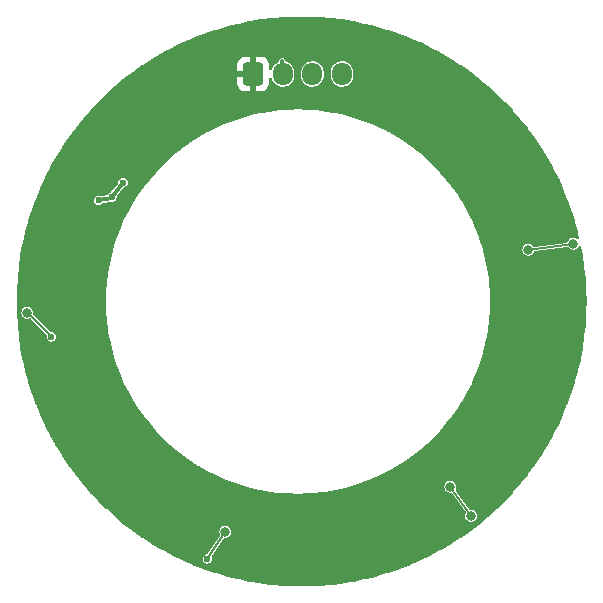
<source format=gbr>
%TF.GenerationSoftware,KiCad,Pcbnew,7.0.10*%
%TF.CreationDate,2024-04-18T21:21:43-07:00*%
%TF.ProjectId,Thermistor Ring,54686572-6d69-4737-946f-722052696e67,rev?*%
%TF.SameCoordinates,Original*%
%TF.FileFunction,Copper,L2,Bot*%
%TF.FilePolarity,Positive*%
%FSLAX46Y46*%
G04 Gerber Fmt 4.6, Leading zero omitted, Abs format (unit mm)*
G04 Created by KiCad (PCBNEW 7.0.10) date 2024-04-18 21:21:43*
%MOMM*%
%LPD*%
G01*
G04 APERTURE LIST*
G04 Aperture macros list*
%AMRoundRect*
0 Rectangle with rounded corners*
0 $1 Rounding radius*
0 $2 $3 $4 $5 $6 $7 $8 $9 X,Y pos of 4 corners*
0 Add a 4 corners polygon primitive as box body*
4,1,4,$2,$3,$4,$5,$6,$7,$8,$9,$2,$3,0*
0 Add four circle primitives for the rounded corners*
1,1,$1+$1,$2,$3*
1,1,$1+$1,$4,$5*
1,1,$1+$1,$6,$7*
1,1,$1+$1,$8,$9*
0 Add four rect primitives between the rounded corners*
20,1,$1+$1,$2,$3,$4,$5,0*
20,1,$1+$1,$4,$5,$6,$7,0*
20,1,$1+$1,$6,$7,$8,$9,0*
20,1,$1+$1,$8,$9,$2,$3,0*%
G04 Aperture macros list end*
%TA.AperFunction,ComponentPad*%
%ADD10RoundRect,0.250000X-0.600000X-0.725000X0.600000X-0.725000X0.600000X0.725000X-0.600000X0.725000X0*%
%TD*%
%TA.AperFunction,ComponentPad*%
%ADD11O,1.700000X1.950000*%
%TD*%
%TA.AperFunction,ViaPad*%
%ADD12C,0.600000*%
%TD*%
%TA.AperFunction,ViaPad*%
%ADD13C,0.800000*%
%TD*%
%TA.AperFunction,Conductor*%
%ADD14C,0.380000*%
%TD*%
%TA.AperFunction,Conductor*%
%ADD15C,0.160000*%
%TD*%
G04 APERTURE END LIST*
D10*
%TO.P,J1,1,Pin_1*%
%TO.N,GND*%
X71480530Y-36673544D03*
D11*
%TO.P,J1,2,Pin_2*%
%TO.N,/Power 3.3-5V*%
X73980530Y-36673544D03*
%TO.P,J1,3,Pin_3*%
%TO.N,/SDA*%
X76480530Y-36673544D03*
%TO.P,J1,4,Pin_4*%
%TO.N,/SCL*%
X78980530Y-36673544D03*
%TD*%
D12*
%TO.N,GND*%
X66561825Y-40828516D03*
X53525850Y-52645543D03*
X71975845Y-78265542D03*
X63391293Y-38695847D03*
X63759075Y-41371685D03*
X82895206Y-71919186D03*
X82352347Y-73215627D03*
X68806102Y-72869259D03*
X78270194Y-38451496D03*
X86865072Y-70466910D03*
X65349079Y-41591686D03*
X82243868Y-38359788D03*
X92543381Y-65139727D03*
X83902614Y-40755461D03*
X96785843Y-63025543D03*
X91773379Y-65009730D03*
X64803259Y-73815459D03*
X58579066Y-51611690D03*
X67542940Y-37801883D03*
X92281293Y-39135846D03*
X70650525Y-39343542D03*
X61260285Y-66071860D03*
X91735843Y-70325542D03*
X85834856Y-73694057D03*
X54444927Y-55953936D03*
X57995837Y-64125543D03*
X85815570Y-38019295D03*
X92507400Y-54543504D03*
X82739199Y-39983091D03*
X87206095Y-40692478D03*
X56919071Y-53261689D03*
X85215848Y-34995547D03*
X93594005Y-58735858D03*
X60398437Y-40338703D03*
X88385842Y-38325547D03*
X57219078Y-50021680D03*
X86435552Y-69509297D03*
X79585561Y-74619294D03*
X63281292Y-37815849D03*
X61051294Y-46815848D03*
X84001516Y-71119588D03*
X78445844Y-32645540D03*
X92542936Y-56037107D03*
X63322769Y-71054674D03*
X81111294Y-39935849D03*
X89861293Y-64105846D03*
X69830530Y-36693542D03*
X59682513Y-39861802D03*
X61637009Y-69099373D03*
X95535843Y-45225547D03*
X57949065Y-54541691D03*
X57857848Y-55926563D03*
X96325952Y-55718909D03*
X54973384Y-59889737D03*
X66469046Y-71342705D03*
X56285847Y-69535540D03*
X74195841Y-75505546D03*
X55076125Y-45387320D03*
X93795566Y-61469299D03*
X92855790Y-50337233D03*
X90012898Y-43972565D03*
X87209222Y-42078066D03*
X97885847Y-53675543D03*
X68362922Y-73582204D03*
X73760531Y-38993549D03*
X52435844Y-51035545D03*
X74675841Y-79705546D03*
X93791321Y-53232902D03*
X67769072Y-40151684D03*
X56669882Y-58589974D03*
X99340530Y-56013547D03*
X57833368Y-57329723D03*
X63901987Y-70502221D03*
X55216462Y-47156845D03*
X68469074Y-38791685D03*
X71530531Y-34903544D03*
X65049077Y-38194474D03*
X60214005Y-72075857D03*
X74535843Y-32705537D03*
D13*
%TO.N,/SDA*%
X98580627Y-51058561D03*
X88166636Y-71632548D03*
X89930742Y-74080030D03*
X52352634Y-56900549D03*
X69116629Y-75442545D03*
X94770629Y-51566542D03*
D12*
X54384629Y-58932547D03*
X67592631Y-77728550D03*
%TO.N,/VDD*%
X59511081Y-47115267D03*
X60445065Y-45866379D03*
X58391958Y-47370369D03*
%TD*%
D14*
%TO.N,/Power 3.3-5V*%
X73931832Y-35611077D02*
X73950623Y-35629872D01*
D15*
%TO.N,/SDA*%
X89930742Y-74080030D02*
X89873289Y-74069889D01*
X98580627Y-51058561D02*
X94770629Y-51566542D01*
X67592631Y-77728550D02*
X69116629Y-75442545D01*
X89873289Y-74069889D02*
X88166636Y-71632548D01*
X52352634Y-56900549D02*
X52444192Y-56900553D01*
X54384639Y-58840983D02*
X54384629Y-58932547D01*
X52444192Y-56900553D02*
X54384639Y-58840983D01*
D14*
%TO.N,/VDD*%
X60445065Y-45866379D02*
X59511081Y-47115267D01*
X59511081Y-47115267D02*
X59532799Y-47169220D01*
X59532799Y-47169220D02*
X58391958Y-47370369D01*
%TD*%
%TA.AperFunction,Conductor*%
%TO.N,GND*%
G36*
X76012143Y-31807611D02*
G01*
X76108798Y-31809583D01*
X76111003Y-31809650D01*
X76993347Y-31845670D01*
X76995658Y-31845788D01*
X77092140Y-31851700D01*
X77094542Y-31851872D01*
X77974469Y-31923834D01*
X77976871Y-31924054D01*
X78073113Y-31933905D01*
X78075377Y-31934160D01*
X78951697Y-32041960D01*
X78954106Y-32042281D01*
X79049786Y-32056038D01*
X79052135Y-32056401D01*
X79923252Y-32199842D01*
X79925700Y-32200271D01*
X80020712Y-32217914D01*
X80023000Y-32218363D01*
X80887644Y-32397238D01*
X80890038Y-32397759D01*
X80984245Y-32419262D01*
X80986500Y-32419800D01*
X81843198Y-32633812D01*
X81845391Y-32634383D01*
X81938755Y-32659740D01*
X81940991Y-32660372D01*
X82788178Y-32909129D01*
X82790463Y-32909825D01*
X82882618Y-32938939D01*
X82884912Y-32939690D01*
X83721247Y-33222795D01*
X83723469Y-33223572D01*
X83814318Y-33256406D01*
X83816563Y-33257243D01*
X84640663Y-33574228D01*
X84642881Y-33575107D01*
X84732344Y-33611630D01*
X84734555Y-33612559D01*
X85544992Y-33962875D01*
X85547303Y-33963903D01*
X85635014Y-34003959D01*
X85637304Y-34005033D01*
X86432754Y-34388101D01*
X86434856Y-34389139D01*
X86521051Y-34432836D01*
X86523266Y-34433988D01*
X87302366Y-34849148D01*
X87304543Y-34850337D01*
X87388920Y-34897534D01*
X87390969Y-34898708D01*
X88152493Y-35345306D01*
X88154662Y-35346608D01*
X88236937Y-35397142D01*
X88239078Y-35398488D01*
X88424433Y-35517608D01*
X88981713Y-35875750D01*
X88983713Y-35877064D01*
X89063947Y-35930971D01*
X89065987Y-35932372D01*
X89788535Y-36439527D01*
X89790589Y-36441001D01*
X89868485Y-36498082D01*
X89870482Y-36499576D01*
X90424956Y-36923544D01*
X90571758Y-37035793D01*
X90573709Y-37037316D01*
X90649228Y-37097541D01*
X90651161Y-37099115D01*
X90710614Y-37148544D01*
X91329993Y-37663498D01*
X91331859Y-37665082D01*
X91404902Y-37728373D01*
X91406741Y-37730001D01*
X92062019Y-38321632D01*
X92063793Y-38323266D01*
X92108945Y-38365736D01*
X92134124Y-38389420D01*
X92135948Y-38391171D01*
X92766531Y-39009019D01*
X92768320Y-39010808D01*
X92835803Y-39079682D01*
X92837547Y-39081497D01*
X93442480Y-39724633D01*
X93444154Y-39726451D01*
X93508812Y-39798067D01*
X93510487Y-39799960D01*
X93673778Y-39988407D01*
X94088641Y-40467184D01*
X94090190Y-40469009D01*
X94151966Y-40543313D01*
X94153491Y-40545185D01*
X94445799Y-40911727D01*
X94703930Y-41235414D01*
X94705486Y-41237407D01*
X94764108Y-41314073D01*
X94765605Y-41316073D01*
X94968497Y-41592946D01*
X95287426Y-42028170D01*
X95288900Y-42030226D01*
X95344349Y-42109225D01*
X95345781Y-42111310D01*
X95838087Y-42844046D01*
X95839476Y-42846159D01*
X95891648Y-42927339D01*
X95892994Y-42929481D01*
X96355034Y-43681740D01*
X96356336Y-43683910D01*
X96405143Y-43767135D01*
X96406400Y-43769329D01*
X96837348Y-44539760D01*
X96838561Y-44541981D01*
X96883972Y-44627201D01*
X96885138Y-44629445D01*
X97284288Y-45416789D01*
X97285409Y-45419055D01*
X97327314Y-45506072D01*
X97328365Y-45508314D01*
X97695071Y-46311289D01*
X97696099Y-46313600D01*
X97734394Y-46402194D01*
X97735374Y-46404526D01*
X98069057Y-47221872D01*
X98069989Y-47224224D01*
X98104618Y-47314253D01*
X98105502Y-47316623D01*
X98405563Y-48146885D01*
X98406398Y-48149273D01*
X98437326Y-48240641D01*
X98438113Y-48243044D01*
X98704070Y-49084886D01*
X98704807Y-49087306D01*
X98731977Y-49179837D01*
X98732665Y-49182271D01*
X98964055Y-50034233D01*
X98964693Y-50036682D01*
X98988079Y-50130299D01*
X98988667Y-50132759D01*
X99079717Y-50531677D01*
X99075444Y-50601415D01*
X99034145Y-50657773D01*
X98968933Y-50682856D01*
X98900512Y-50668702D01*
X98891787Y-50663585D01*
X98790677Y-50598606D01*
X98652590Y-50558061D01*
X98652588Y-50558061D01*
X98508666Y-50558061D01*
X98508663Y-50558061D01*
X98370576Y-50598606D01*
X98249500Y-50676417D01*
X98249499Y-50676417D01*
X98249499Y-50676418D01*
X98236917Y-50690938D01*
X98155250Y-50785187D01*
X98111753Y-50880431D01*
X98065997Y-50933234D01*
X98015347Y-50951830D01*
X95289151Y-51315310D01*
X95220098Y-51304658D01*
X95179050Y-51273601D01*
X95163985Y-51256215D01*
X95101757Y-51184399D01*
X94980682Y-51106589D01*
X94980680Y-51106588D01*
X94980678Y-51106587D01*
X94980679Y-51106587D01*
X94842592Y-51066042D01*
X94842590Y-51066042D01*
X94698668Y-51066042D01*
X94698665Y-51066042D01*
X94560578Y-51106587D01*
X94439502Y-51184398D01*
X94345252Y-51293168D01*
X94345251Y-51293170D01*
X94285463Y-51424085D01*
X94264982Y-51566542D01*
X94285463Y-51708998D01*
X94301755Y-51744671D01*
X94345252Y-51839915D01*
X94439501Y-51948685D01*
X94560576Y-52026495D01*
X94560579Y-52026496D01*
X94560578Y-52026496D01*
X94698665Y-52067041D01*
X94698667Y-52067042D01*
X94698668Y-52067042D01*
X94842591Y-52067042D01*
X94842591Y-52067041D01*
X94980682Y-52026495D01*
X95101757Y-51948685D01*
X95196006Y-51839915D01*
X95239503Y-51744671D01*
X95285258Y-51691867D01*
X95335905Y-51673271D01*
X98062104Y-51309791D01*
X98131156Y-51320443D01*
X98172203Y-51351499D01*
X98249499Y-51440704D01*
X98370574Y-51518514D01*
X98370577Y-51518515D01*
X98370576Y-51518515D01*
X98508663Y-51559060D01*
X98508665Y-51559061D01*
X98508666Y-51559061D01*
X98652589Y-51559061D01*
X98652589Y-51559060D01*
X98790680Y-51518514D01*
X98911755Y-51440704D01*
X99006004Y-51331934D01*
X99016469Y-51309018D01*
X99062222Y-51256215D01*
X99129261Y-51236530D01*
X99196301Y-51256214D01*
X99242057Y-51309017D01*
X99251179Y-51337891D01*
X99366854Y-51960833D01*
X99367290Y-51963325D01*
X99382966Y-52058526D01*
X99383352Y-52061026D01*
X99508989Y-52934848D01*
X99509323Y-52937354D01*
X99521102Y-53033101D01*
X99521385Y-53035615D01*
X99573604Y-53545790D01*
X99611283Y-53913908D01*
X99611505Y-53916324D01*
X99618094Y-53996891D01*
X99619370Y-54012492D01*
X99619550Y-54015014D01*
X99673548Y-54896222D01*
X99673677Y-54898749D01*
X99677612Y-54995149D01*
X99677689Y-54997676D01*
X99696682Y-55928537D01*
X99696682Y-55933597D01*
X99677689Y-56864458D01*
X99677612Y-56866985D01*
X99673677Y-56963385D01*
X99673548Y-56965912D01*
X99619550Y-57847120D01*
X99619370Y-57849642D01*
X99611506Y-57945793D01*
X99611283Y-57948226D01*
X99521386Y-58826518D01*
X99521102Y-58829033D01*
X99509323Y-58924780D01*
X99508989Y-58927286D01*
X99383352Y-59801108D01*
X99382966Y-59803608D01*
X99367290Y-59898809D01*
X99366854Y-59901301D01*
X99205683Y-60769250D01*
X99205196Y-60771732D01*
X99185639Y-60866267D01*
X99185101Y-60868738D01*
X98988667Y-61729375D01*
X98988079Y-61731835D01*
X98964693Y-61825452D01*
X98964055Y-61827901D01*
X98732665Y-62679863D01*
X98731977Y-62682297D01*
X98704807Y-62774828D01*
X98704070Y-62777248D01*
X98438113Y-63619090D01*
X98437326Y-63621493D01*
X98406398Y-63712861D01*
X98405563Y-63715249D01*
X98105502Y-64545511D01*
X98104618Y-64547881D01*
X98069989Y-64637910D01*
X98069057Y-64640262D01*
X97735374Y-65457608D01*
X97734394Y-65459940D01*
X97696099Y-65548534D01*
X97695071Y-65550845D01*
X97328365Y-66353820D01*
X97327291Y-66356112D01*
X97285409Y-66443079D01*
X97284288Y-66445345D01*
X96885138Y-67232689D01*
X96883972Y-67234933D01*
X96838561Y-67320153D01*
X96837348Y-67322374D01*
X96406400Y-68092805D01*
X96405143Y-68094999D01*
X96356336Y-68178224D01*
X96355034Y-68180394D01*
X95892994Y-68932653D01*
X95891648Y-68934795D01*
X95839476Y-69015975D01*
X95838087Y-69018088D01*
X95345781Y-69750824D01*
X95344349Y-69752909D01*
X95288900Y-69831908D01*
X95287426Y-69833964D01*
X94765625Y-70546035D01*
X94764108Y-70548061D01*
X94705486Y-70624727D01*
X94703930Y-70626720D01*
X94153526Y-71316906D01*
X94151929Y-71318867D01*
X94090234Y-71393073D01*
X94088597Y-71395002D01*
X93510487Y-72062174D01*
X93508812Y-72064067D01*
X93444154Y-72135683D01*
X93442439Y-72137545D01*
X92837555Y-72780628D01*
X92835803Y-72782452D01*
X92768320Y-72851326D01*
X92766531Y-72853115D01*
X92135948Y-73470963D01*
X92134124Y-73472714D01*
X92063836Y-73538828D01*
X92061975Y-73540543D01*
X91406768Y-74132109D01*
X91404874Y-74133785D01*
X91331890Y-74197026D01*
X91329961Y-74198663D01*
X90651161Y-74763019D01*
X90649200Y-74764616D01*
X90573752Y-74824784D01*
X90571758Y-74826341D01*
X89870511Y-75362536D01*
X89868485Y-75364052D01*
X89790589Y-75421133D01*
X89788535Y-75422607D01*
X89065987Y-75929762D01*
X89063902Y-75931194D01*
X88983791Y-75985019D01*
X88981676Y-75986408D01*
X88239078Y-76463646D01*
X88236937Y-76464992D01*
X88154662Y-76515526D01*
X88152493Y-76516828D01*
X87391042Y-76963384D01*
X87388846Y-76964642D01*
X87304564Y-77011785D01*
X87302345Y-77012997D01*
X86523266Y-77428146D01*
X86521023Y-77429312D01*
X86434975Y-77472936D01*
X86432705Y-77474057D01*
X85637304Y-77857101D01*
X85635014Y-77858175D01*
X85547303Y-77898231D01*
X85544992Y-77899259D01*
X84734615Y-78249549D01*
X84732283Y-78250529D01*
X84642946Y-78287001D01*
X84640594Y-78287933D01*
X83816640Y-78604862D01*
X83814270Y-78605746D01*
X83723533Y-78638539D01*
X83721146Y-78639374D01*
X82884967Y-78922426D01*
X82882563Y-78923213D01*
X82790528Y-78952289D01*
X82788108Y-78953026D01*
X81941091Y-79201733D01*
X81938657Y-79202421D01*
X81845516Y-79227718D01*
X81843068Y-79228356D01*
X80986602Y-79442309D01*
X80984141Y-79442897D01*
X80890076Y-79464366D01*
X80887605Y-79464904D01*
X80023097Y-79643752D01*
X80020614Y-79644239D01*
X79925721Y-79661859D01*
X79923230Y-79662295D01*
X79052212Y-79805721D01*
X79049712Y-79806107D01*
X78954153Y-79819846D01*
X78951646Y-79820180D01*
X78075511Y-79927958D01*
X78072996Y-79928242D01*
X77976921Y-79938075D01*
X77974403Y-79938306D01*
X77094600Y-80010257D01*
X77092078Y-80010438D01*
X76995768Y-80016340D01*
X76993241Y-80016469D01*
X76111164Y-80052479D01*
X76108636Y-80052556D01*
X76018249Y-80054400D01*
X76012142Y-80054525D01*
X76009614Y-80054551D01*
X75126848Y-80054551D01*
X75124319Y-80054525D01*
X75117264Y-80054381D01*
X75027824Y-80052556D01*
X75025296Y-80052479D01*
X74143219Y-80016469D01*
X74140692Y-80016340D01*
X74044382Y-80010438D01*
X74041860Y-80010257D01*
X73162057Y-79938306D01*
X73159539Y-79938075D01*
X73063464Y-79928242D01*
X73060949Y-79927958D01*
X72184814Y-79820180D01*
X72182307Y-79819846D01*
X72086748Y-79806107D01*
X72084248Y-79805721D01*
X71213230Y-79662295D01*
X71210739Y-79661859D01*
X71115846Y-79644239D01*
X71113363Y-79643752D01*
X70248855Y-79464904D01*
X70246384Y-79464366D01*
X70152319Y-79442897D01*
X70149858Y-79442309D01*
X69293392Y-79228356D01*
X69290944Y-79227718D01*
X69197803Y-79202421D01*
X69195369Y-79201733D01*
X68348352Y-78953026D01*
X68345932Y-78952289D01*
X68253897Y-78923213D01*
X68251493Y-78922426D01*
X67415314Y-78639374D01*
X67412927Y-78638539D01*
X67322190Y-78605746D01*
X67319820Y-78604862D01*
X66495866Y-78287933D01*
X66493514Y-78287001D01*
X66404177Y-78250529D01*
X66401845Y-78249549D01*
X65591468Y-77899259D01*
X65589157Y-77898231D01*
X65501446Y-77858175D01*
X65499156Y-77857101D01*
X65232223Y-77728553D01*
X67187139Y-77728553D01*
X67206983Y-77853850D01*
X67206983Y-77853851D01*
X67219862Y-77879126D01*
X67264581Y-77966892D01*
X67264583Y-77966894D01*
X67264585Y-77966897D01*
X67354283Y-78056595D01*
X67354285Y-78056596D01*
X67354289Y-78056600D01*
X67467327Y-78114196D01*
X67467328Y-78114196D01*
X67467330Y-78114197D01*
X67592628Y-78134042D01*
X67592631Y-78134042D01*
X67592634Y-78134042D01*
X67717931Y-78114197D01*
X67717932Y-78114197D01*
X67717933Y-78114196D01*
X67717935Y-78114196D01*
X67830973Y-78056600D01*
X67920681Y-77966892D01*
X67978277Y-77853854D01*
X67978277Y-77853852D01*
X67978278Y-77853851D01*
X67978278Y-77853850D01*
X67998123Y-77728553D01*
X67998123Y-77728546D01*
X67978278Y-77603249D01*
X67978278Y-77603248D01*
X67974333Y-77595506D01*
X67961437Y-77526836D01*
X67981643Y-77470429D01*
X68963086Y-75998261D01*
X69016650Y-75953401D01*
X69066259Y-75943045D01*
X69188591Y-75943045D01*
X69188591Y-75943044D01*
X69326682Y-75902498D01*
X69447757Y-75824688D01*
X69542006Y-75715918D01*
X69601794Y-75585002D01*
X69622276Y-75442545D01*
X69601794Y-75300088D01*
X69542006Y-75169172D01*
X69447757Y-75060402D01*
X69326682Y-74982592D01*
X69326680Y-74982591D01*
X69326678Y-74982590D01*
X69326679Y-74982590D01*
X69188592Y-74942045D01*
X69188590Y-74942045D01*
X69044668Y-74942045D01*
X69044665Y-74942045D01*
X68906578Y-74982590D01*
X68785502Y-75060401D01*
X68691252Y-75169171D01*
X68691251Y-75169173D01*
X68631463Y-75300088D01*
X68610982Y-75442545D01*
X68631463Y-75585002D01*
X68631464Y-75585003D01*
X68673208Y-75676410D01*
X68683152Y-75745568D01*
X68663588Y-75796704D01*
X67682454Y-77268409D01*
X67628889Y-77313270D01*
X67598678Y-77322099D01*
X67467330Y-77342902D01*
X67467329Y-77342902D01*
X67391968Y-77381301D01*
X67354289Y-77400500D01*
X67354288Y-77400501D01*
X67354283Y-77400504D01*
X67264585Y-77490202D01*
X67264582Y-77490207D01*
X67206983Y-77603248D01*
X67206983Y-77603249D01*
X67187139Y-77728546D01*
X67187139Y-77728553D01*
X65232223Y-77728553D01*
X64703755Y-77474057D01*
X64701528Y-77472957D01*
X64660476Y-77452145D01*
X64615437Y-77429312D01*
X64613194Y-77428146D01*
X63834115Y-77012997D01*
X63831896Y-77011785D01*
X63747614Y-76964642D01*
X63745418Y-76963384D01*
X62983967Y-76516828D01*
X62981798Y-76515526D01*
X62899523Y-76464992D01*
X62897382Y-76463646D01*
X62154784Y-75986408D01*
X62152703Y-75985041D01*
X62072555Y-75931192D01*
X62070473Y-75929762D01*
X61347925Y-75422607D01*
X61345871Y-75421133D01*
X61267975Y-75364052D01*
X61265949Y-75362536D01*
X60564702Y-74826341D01*
X60562708Y-74824784D01*
X60487260Y-74764616D01*
X60485299Y-74763019D01*
X59806499Y-74198663D01*
X59804570Y-74197026D01*
X59731586Y-74133785D01*
X59729692Y-74132109D01*
X59074451Y-73540512D01*
X59072660Y-73538861D01*
X59034158Y-73502646D01*
X59002336Y-73472714D01*
X59000512Y-73470963D01*
X58369929Y-72853115D01*
X58368140Y-72851326D01*
X58300657Y-72782452D01*
X58298905Y-72780628D01*
X57751558Y-72198715D01*
X57693973Y-72137493D01*
X57692306Y-72135683D01*
X57627648Y-72064067D01*
X57625973Y-72062174D01*
X57377138Y-71775004D01*
X57047806Y-71394935D01*
X57046286Y-71393143D01*
X56984477Y-71318800D01*
X56982987Y-71316972D01*
X56432526Y-70626716D01*
X56430974Y-70624727D01*
X56420079Y-70610479D01*
X56372319Y-70548017D01*
X56370879Y-70546094D01*
X55849025Y-69833951D01*
X55847560Y-69831908D01*
X55792111Y-69752909D01*
X55790679Y-69750824D01*
X55298373Y-69018088D01*
X55296984Y-69015975D01*
X55287250Y-69000829D01*
X55244768Y-68934726D01*
X55243511Y-68932724D01*
X54781412Y-68180371D01*
X54780124Y-68178224D01*
X54731317Y-68094999D01*
X54730060Y-68092805D01*
X54672085Y-67989159D01*
X54299070Y-67322298D01*
X54297940Y-67320229D01*
X54252467Y-67234893D01*
X54251344Y-67232733D01*
X53852160Y-66445321D01*
X53851080Y-66443139D01*
X53809107Y-66355981D01*
X53808144Y-66353924D01*
X53441365Y-65550791D01*
X53440384Y-65548586D01*
X53402048Y-65459898D01*
X53401104Y-65457652D01*
X53067364Y-64640164D01*
X53066511Y-64638011D01*
X53031808Y-64547790D01*
X53030992Y-64545602D01*
X52730882Y-63715206D01*
X52730078Y-63712907D01*
X52699134Y-63621493D01*
X52698347Y-63619090D01*
X52670005Y-63529380D01*
X52432362Y-62777156D01*
X52431681Y-62774922D01*
X52404445Y-62682164D01*
X52403832Y-62679997D01*
X52172377Y-61827795D01*
X52171795Y-61825561D01*
X52148362Y-61731757D01*
X52147807Y-61729434D01*
X51951353Y-60868714D01*
X51950821Y-60866267D01*
X51931264Y-60771732D01*
X51930777Y-60769250D01*
X51769589Y-59901205D01*
X51769184Y-59898893D01*
X51753484Y-59803545D01*
X51753120Y-59801187D01*
X51627457Y-58927187D01*
X51627152Y-58924894D01*
X51615336Y-58828843D01*
X51615093Y-58826692D01*
X51525159Y-57948034D01*
X51524970Y-57945987D01*
X51517078Y-57849485D01*
X51516914Y-57847186D01*
X51462905Y-56965788D01*
X51462789Y-56963508D01*
X51460219Y-56900549D01*
X51846987Y-56900549D01*
X51867468Y-57043005D01*
X51885870Y-57083299D01*
X51927257Y-57173922D01*
X52021506Y-57282692D01*
X52142581Y-57360502D01*
X52142584Y-57360503D01*
X52142583Y-57360503D01*
X52249741Y-57391966D01*
X52253127Y-57392961D01*
X52280670Y-57401048D01*
X52280672Y-57401049D01*
X52280673Y-57401049D01*
X52424595Y-57401049D01*
X52558723Y-57361666D01*
X52628592Y-57361666D01*
X52681336Y-57392960D01*
X53186146Y-57897765D01*
X53968952Y-58680565D01*
X54002437Y-58741888D01*
X53999659Y-58797470D01*
X54000509Y-58797605D01*
X53999258Y-58805500D01*
X53999206Y-58806552D01*
X53998983Y-58807237D01*
X53979137Y-58932544D01*
X53979137Y-58932550D01*
X53998981Y-59057847D01*
X53998981Y-59057848D01*
X53998983Y-59057851D01*
X54056579Y-59170889D01*
X54056581Y-59170891D01*
X54056583Y-59170894D01*
X54146281Y-59260592D01*
X54146283Y-59260593D01*
X54146287Y-59260597D01*
X54259325Y-59318193D01*
X54259326Y-59318193D01*
X54259328Y-59318194D01*
X54384626Y-59338039D01*
X54384629Y-59338039D01*
X54384632Y-59338039D01*
X54509929Y-59318194D01*
X54509930Y-59318194D01*
X54509931Y-59318193D01*
X54509933Y-59318193D01*
X54622971Y-59260597D01*
X54712679Y-59170889D01*
X54770275Y-59057851D01*
X54770275Y-59057849D01*
X54770276Y-59057848D01*
X54770276Y-59057847D01*
X54790121Y-58932550D01*
X54790121Y-58932543D01*
X54770276Y-58807246D01*
X54770276Y-58807245D01*
X54765295Y-58797470D01*
X54712679Y-58694205D01*
X54712675Y-58694201D01*
X54712674Y-58694199D01*
X54622976Y-58604501D01*
X54622973Y-58604499D01*
X54622971Y-58604497D01*
X54509933Y-58546901D01*
X54509932Y-58546900D01*
X54509929Y-58546899D01*
X54384632Y-58527055D01*
X54377338Y-58527055D01*
X54310299Y-58507370D01*
X54289657Y-58490737D01*
X52882206Y-57083299D01*
X52848721Y-57021976D01*
X52847149Y-56977972D01*
X52858281Y-56900549D01*
X52837799Y-56758092D01*
X52778011Y-56627176D01*
X52683762Y-56518406D01*
X52562687Y-56440596D01*
X52562685Y-56440595D01*
X52562683Y-56440594D01*
X52562684Y-56440594D01*
X52424597Y-56400049D01*
X52424595Y-56400049D01*
X52280673Y-56400049D01*
X52280670Y-56400049D01*
X52142583Y-56440594D01*
X52021507Y-56518405D01*
X51927257Y-56627175D01*
X51927256Y-56627177D01*
X51867468Y-56758092D01*
X51846987Y-56900549D01*
X51460219Y-56900549D01*
X51458845Y-56866895D01*
X51458773Y-56864550D01*
X51440764Y-55981844D01*
X51440738Y-55979315D01*
X51440738Y-55936575D01*
X59004094Y-55936575D01*
X59004444Y-55940231D01*
X59023574Y-56719421D01*
X59023396Y-56723093D01*
X59023612Y-56726127D01*
X59023877Y-56731510D01*
X59023972Y-56734972D01*
X59024531Y-56738663D01*
X59081864Y-57515939D01*
X59081887Y-57519597D01*
X59082140Y-57521654D01*
X59082729Y-57527628D01*
X59082903Y-57529988D01*
X59083617Y-57533640D01*
X59179077Y-58307575D01*
X59179270Y-58311265D01*
X59179700Y-58313758D01*
X59180551Y-58319498D01*
X59180898Y-58322287D01*
X59181805Y-58325916D01*
X59287062Y-58932550D01*
X59314920Y-59093109D01*
X59315041Y-59093803D01*
X59315411Y-59097470D01*
X59315982Y-59100030D01*
X59317102Y-59105664D01*
X59318281Y-59112408D01*
X59319707Y-59117581D01*
X59319939Y-59118919D01*
X59319941Y-59118932D01*
X59494695Y-59897129D01*
X59494698Y-59897141D01*
X59707421Y-60665839D01*
X59707426Y-60665854D01*
X59957620Y-61423172D01*
X59957626Y-61423188D01*
X60244652Y-62167284D01*
X60244675Y-62167341D01*
X60567873Y-62896481D01*
X60567877Y-62896489D01*
X60926474Y-63608888D01*
X60926487Y-63608913D01*
X61319610Y-64302871D01*
X61319630Y-64302905D01*
X61746328Y-64976740D01*
X61746332Y-64976746D01*
X62205573Y-65628816D01*
X62205576Y-65628821D01*
X62696294Y-66257616D01*
X63217242Y-66861541D01*
X63217249Y-66861548D01*
X63217251Y-66861550D01*
X63767220Y-67439204D01*
X64344877Y-67989168D01*
X64467564Y-68094999D01*
X64948822Y-68510138D01*
X65577576Y-69000829D01*
X65577575Y-69000829D01*
X65577585Y-69000836D01*
X65577594Y-69000843D01*
X66229680Y-69460092D01*
X66229696Y-69460103D01*
X66816843Y-69831908D01*
X66903536Y-69886805D01*
X67597512Y-70279935D01*
X68309938Y-70638541D01*
X69039103Y-70961759D01*
X69783249Y-71248814D01*
X70540580Y-71498994D01*
X71309273Y-71711725D01*
X71309292Y-71711729D01*
X71309295Y-71711730D01*
X71591077Y-71775004D01*
X72087490Y-71886473D01*
X72536973Y-71964468D01*
X72873303Y-72022829D01*
X72873317Y-72022831D01*
X72873340Y-72022835D01*
X73664934Y-72120467D01*
X74460359Y-72179144D01*
X75257710Y-72198715D01*
X76055056Y-72179142D01*
X76850487Y-72120467D01*
X76850503Y-72120465D01*
X76850504Y-72120465D01*
X77077228Y-72092501D01*
X77642078Y-72022833D01*
X77642101Y-72022828D01*
X77642122Y-72022826D01*
X77965253Y-71966757D01*
X78427928Y-71886477D01*
X79206134Y-71711726D01*
X79492247Y-71632548D01*
X87660989Y-71632548D01*
X87681470Y-71775004D01*
X87741258Y-71905919D01*
X87741259Y-71905921D01*
X87835508Y-72014691D01*
X87956583Y-72092501D01*
X87956586Y-72092502D01*
X87956585Y-72092502D01*
X88094672Y-72133047D01*
X88094674Y-72133048D01*
X88232190Y-72133048D01*
X88299229Y-72152733D01*
X88333765Y-72185924D01*
X89450172Y-73780309D01*
X89472499Y-73846514D01*
X89461391Y-73902943D01*
X89445578Y-73937566D01*
X89445576Y-73937573D01*
X89425095Y-74080030D01*
X89445576Y-74222486D01*
X89505364Y-74353401D01*
X89505365Y-74353403D01*
X89599614Y-74462173D01*
X89720689Y-74539983D01*
X89720692Y-74539984D01*
X89720691Y-74539984D01*
X89858778Y-74580529D01*
X89858780Y-74580530D01*
X89858781Y-74580530D01*
X90002704Y-74580530D01*
X90002704Y-74580529D01*
X90140795Y-74539983D01*
X90261870Y-74462173D01*
X90356119Y-74353403D01*
X90415907Y-74222487D01*
X90436389Y-74080030D01*
X90415907Y-73937573D01*
X90356119Y-73806657D01*
X90261870Y-73697887D01*
X90140795Y-73620077D01*
X90140793Y-73620076D01*
X90140791Y-73620075D01*
X90140792Y-73620075D01*
X90002705Y-73579530D01*
X90002703Y-73579530D01*
X89858781Y-73579530D01*
X89858776Y-73579530D01*
X89854217Y-73580869D01*
X89784347Y-73580865D01*
X89725571Y-73543087D01*
X89717714Y-73533014D01*
X88739287Y-72135683D01*
X88627328Y-71975791D01*
X88605002Y-71909586D01*
X88616110Y-71853156D01*
X88651801Y-71775004D01*
X88660899Y-71711723D01*
X88672283Y-71632548D01*
X88651801Y-71490091D01*
X88592013Y-71359175D01*
X88497764Y-71250405D01*
X88376689Y-71172595D01*
X88376687Y-71172594D01*
X88376685Y-71172593D01*
X88376686Y-71172593D01*
X88238599Y-71132048D01*
X88238597Y-71132048D01*
X88094675Y-71132048D01*
X88094672Y-71132048D01*
X87956585Y-71172593D01*
X87835509Y-71250404D01*
X87741259Y-71359174D01*
X87741258Y-71359176D01*
X87681470Y-71490091D01*
X87660989Y-71632548D01*
X79492247Y-71632548D01*
X79974833Y-71498999D01*
X80732168Y-71248813D01*
X81476312Y-70961755D01*
X82205481Y-70638544D01*
X82917901Y-70279931D01*
X83611877Y-69886805D01*
X84285725Y-69460094D01*
X84937819Y-69000840D01*
X85566598Y-68510139D01*
X86170542Y-67989170D01*
X86748192Y-67439197D01*
X87298162Y-66861548D01*
X87819127Y-66257606D01*
X88309825Y-65628833D01*
X88309825Y-65628832D01*
X88310763Y-65627631D01*
X88310885Y-65627726D01*
X88319380Y-65618104D01*
X88320589Y-65616291D01*
X88322354Y-65613714D01*
X88774640Y-64971525D01*
X88777149Y-64968482D01*
X88778464Y-64966396D01*
X88782192Y-64960818D01*
X88783572Y-64958868D01*
X88785431Y-64955380D01*
X88986402Y-64638011D01*
X89201828Y-64297812D01*
X89204235Y-64294595D01*
X89205483Y-64292376D01*
X89209045Y-64286436D01*
X89210216Y-64284600D01*
X89211903Y-64281025D01*
X89595554Y-63603780D01*
X89597793Y-63600460D01*
X89598985Y-63598078D01*
X89602186Y-63592089D01*
X89603501Y-63589783D01*
X89605018Y-63586072D01*
X89954630Y-62891526D01*
X89956779Y-62887998D01*
X89957859Y-62885534D01*
X89960898Y-62879106D01*
X89962012Y-62876914D01*
X89963370Y-62873064D01*
X90006873Y-62774922D01*
X90278558Y-62162002D01*
X90280499Y-62158416D01*
X90281396Y-62156063D01*
X90284119Y-62149489D01*
X90285144Y-62147201D01*
X90286310Y-62143286D01*
X90566302Y-61417445D01*
X90568008Y-61413868D01*
X90568812Y-61411415D01*
X90571057Y-61405139D01*
X90571868Y-61403048D01*
X90572819Y-61399261D01*
X90764448Y-60819202D01*
X90817097Y-60659830D01*
X90818622Y-60656174D01*
X90819282Y-60653768D01*
X90821234Y-60647335D01*
X90821957Y-60645164D01*
X90822720Y-60641314D01*
X91030278Y-59891274D01*
X91031652Y-59887504D01*
X91032272Y-59884715D01*
X91033893Y-59878247D01*
X91034541Y-59875926D01*
X91035113Y-59872030D01*
X91205664Y-59112536D01*
X91206829Y-59108744D01*
X91207273Y-59106150D01*
X91208582Y-59099575D01*
X91209151Y-59097067D01*
X91209529Y-59093109D01*
X91237389Y-58932550D01*
X91342609Y-58326160D01*
X91343553Y-58322417D01*
X91343879Y-58319762D01*
X91344805Y-58313519D01*
X91345287Y-58310755D01*
X91345467Y-58306864D01*
X91440762Y-57534229D01*
X91441542Y-57530331D01*
X91441699Y-57528112D01*
X91442384Y-57521175D01*
X91442634Y-57519201D01*
X91442636Y-57515262D01*
X91499900Y-56738936D01*
X91500501Y-56735028D01*
X91500571Y-56732044D01*
X91500887Y-56725622D01*
X91501104Y-56722734D01*
X91500892Y-56718794D01*
X91519989Y-55940876D01*
X91520386Y-55936953D01*
X91520318Y-55934392D01*
X91520318Y-55927763D01*
X91520379Y-55925453D01*
X91519997Y-55921579D01*
X91500898Y-55143634D01*
X91501120Y-55139661D01*
X91500884Y-55136503D01*
X91500571Y-55130122D01*
X91500508Y-55127415D01*
X91499924Y-55123549D01*
X91442653Y-54347135D01*
X91442658Y-54343177D01*
X91442373Y-54340921D01*
X91441701Y-54334101D01*
X91441560Y-54332106D01*
X91440802Y-54328267D01*
X91395921Y-53964371D01*
X91345484Y-53555432D01*
X91345306Y-53551473D01*
X91344836Y-53548796D01*
X91343864Y-53542240D01*
X91343572Y-53539835D01*
X91342615Y-53536033D01*
X91209552Y-52769195D01*
X91209179Y-52765223D01*
X91208579Y-52762581D01*
X91207271Y-52756010D01*
X91206888Y-52753772D01*
X91205755Y-52750036D01*
X91035143Y-51990267D01*
X91034581Y-51986404D01*
X91033861Y-51983817D01*
X91032294Y-51977558D01*
X91031720Y-51974987D01*
X91030395Y-51971308D01*
X90822730Y-51220883D01*
X90821975Y-51217069D01*
X90821190Y-51214703D01*
X90819311Y-51208508D01*
X90818604Y-51205939D01*
X90817090Y-51202309D01*
X90710757Y-50880431D01*
X90572846Y-50462963D01*
X90571903Y-50459194D01*
X90571045Y-50456981D01*
X90568836Y-50450806D01*
X90568082Y-50448511D01*
X90566408Y-50444978D01*
X90286344Y-49718953D01*
X90285223Y-49715175D01*
X90283930Y-49712262D01*
X90281542Y-49706496D01*
X90280569Y-49703968D01*
X90278737Y-49700555D01*
X89963371Y-48989096D01*
X89962065Y-48985391D01*
X89960711Y-48982706D01*
X89958018Y-48977011D01*
X89956890Y-48974461D01*
X89954874Y-48971116D01*
X89852094Y-48766931D01*
X89605084Y-48276213D01*
X89603595Y-48272560D01*
X89602048Y-48269832D01*
X89599093Y-48264303D01*
X89598139Y-48262404D01*
X89596069Y-48259281D01*
X89310976Y-47756016D01*
X89212045Y-47581376D01*
X89210425Y-47577925D01*
X89208752Y-47575277D01*
X89205748Y-47570266D01*
X89204282Y-47567684D01*
X89202024Y-47564647D01*
X88984964Y-47221872D01*
X88785551Y-46906963D01*
X88783722Y-46903516D01*
X88782064Y-46901164D01*
X88778582Y-46895953D01*
X88777512Y-46894260D01*
X88775158Y-46891363D01*
X88322385Y-46248484D01*
X88320550Y-46245803D01*
X88319907Y-46244837D01*
X88319747Y-46244997D01*
X88302302Y-46227522D01*
X88301999Y-46227397D01*
X88301996Y-46227396D01*
X88296197Y-46224991D01*
X88245945Y-46186739D01*
X87819137Y-45639830D01*
X87808964Y-45628037D01*
X87298165Y-45035880D01*
X86748191Y-44458233D01*
X86170536Y-43908263D01*
X85566593Y-43387295D01*
X85019678Y-42960478D01*
X84981378Y-42910109D01*
X84979377Y-42905269D01*
X84979026Y-42904420D01*
X84979025Y-42904419D01*
X84978902Y-42904121D01*
X84978901Y-42904120D01*
X84978901Y-42904119D01*
X84961798Y-42886987D01*
X84961180Y-42886574D01*
X84949233Y-42874627D01*
X84947211Y-42872556D01*
X84944819Y-42870913D01*
X84329178Y-42437329D01*
X84302122Y-42418274D01*
X84299244Y-42415927D01*
X84297237Y-42414655D01*
X84292242Y-42411317D01*
X84290144Y-42409840D01*
X84286819Y-42408056D01*
X83814982Y-42109273D01*
X83628638Y-41991273D01*
X83625565Y-41988989D01*
X83623131Y-41987610D01*
X83617924Y-41984489D01*
X83616129Y-41983352D01*
X83612796Y-41981755D01*
X82934140Y-41597294D01*
X82931060Y-41595249D01*
X82928824Y-41594121D01*
X82923656Y-41591358D01*
X82921160Y-41589946D01*
X82917653Y-41588496D01*
X82593900Y-41425533D01*
X82222273Y-41238472D01*
X82219001Y-41236496D01*
X82216081Y-41235198D01*
X82210806Y-41232702D01*
X82208387Y-41231487D01*
X82204860Y-41230221D01*
X81492751Y-40914565D01*
X81489386Y-40912760D01*
X81486711Y-40911727D01*
X81481150Y-40909423D01*
X81478713Y-40908343D01*
X81475084Y-40907241D01*
X80748153Y-40626833D01*
X80744739Y-40625221D01*
X80742262Y-40624403D01*
X80736580Y-40622370D01*
X80734644Y-40621623D01*
X80731085Y-40620709D01*
X79990471Y-40376046D01*
X79987030Y-40374628D01*
X79984448Y-40373910D01*
X79978907Y-40372229D01*
X79976713Y-40371506D01*
X79973130Y-40370775D01*
X79221906Y-40162880D01*
X79218368Y-40161608D01*
X79215405Y-40160939D01*
X79209829Y-40159542D01*
X79207458Y-40158889D01*
X79203842Y-40158337D01*
X78443132Y-39987512D01*
X78439565Y-39986434D01*
X78436813Y-39985953D01*
X78431179Y-39984833D01*
X78428619Y-39984261D01*
X78424953Y-39983892D01*
X77657059Y-39850654D01*
X77653430Y-39849747D01*
X77650643Y-39849400D01*
X77644903Y-39848549D01*
X77642410Y-39848119D01*
X77638720Y-39847926D01*
X76864787Y-39752466D01*
X76861135Y-39751752D01*
X76858775Y-39751578D01*
X76852801Y-39750989D01*
X76850744Y-39750736D01*
X76847086Y-39750713D01*
X76069472Y-39693360D01*
X76065823Y-39692817D01*
X76062662Y-39692731D01*
X76057271Y-39692466D01*
X76054239Y-39692250D01*
X76050569Y-39692428D01*
X75271382Y-39673299D01*
X75267726Y-39672949D01*
X75265047Y-39673010D01*
X75259388Y-39673009D01*
X75256984Y-39672953D01*
X75253366Y-39673292D01*
X74474139Y-39692419D01*
X74470431Y-39692232D01*
X74467183Y-39692463D01*
X74461786Y-39692729D01*
X74458918Y-39692807D01*
X74455321Y-39693332D01*
X73677584Y-39750704D01*
X73673909Y-39750720D01*
X73671594Y-39751004D01*
X73665728Y-39751581D01*
X73663590Y-39751740D01*
X73659996Y-39752432D01*
X72885915Y-39847900D01*
X72882221Y-39848087D01*
X72879482Y-39848558D01*
X72873868Y-39849391D01*
X72871325Y-39849708D01*
X72867775Y-39850584D01*
X72099664Y-39983864D01*
X72096002Y-39984229D01*
X72093162Y-39984860D01*
X72087733Y-39985939D01*
X72085202Y-39986383D01*
X72081719Y-39987423D01*
X71320731Y-40158311D01*
X71317136Y-40158855D01*
X71314513Y-40159575D01*
X71309188Y-40160908D01*
X71306427Y-40161534D01*
X71302968Y-40162763D01*
X70551359Y-40370761D01*
X70547811Y-40371484D01*
X70545406Y-40372273D01*
X70540108Y-40373880D01*
X70537365Y-40374645D01*
X70533962Y-40376048D01*
X69793439Y-40620680D01*
X69789997Y-40621562D01*
X69787599Y-40622479D01*
X69782537Y-40624289D01*
X69779904Y-40625166D01*
X69776623Y-40626704D01*
X69049406Y-40907225D01*
X69045899Y-40908289D01*
X69043029Y-40909551D01*
X69038085Y-40911599D01*
X69035331Y-40912670D01*
X69032109Y-40914383D01*
X68319580Y-41230222D01*
X68316139Y-41231457D01*
X68313463Y-41232796D01*
X68308554Y-41235117D01*
X68305810Y-41236341D01*
X68302657Y-41238227D01*
X67606579Y-41588609D01*
X67603192Y-41590017D01*
X67600625Y-41591464D01*
X67595805Y-41594040D01*
X67593408Y-41595254D01*
X67590395Y-41597251D01*
X66911562Y-41981808D01*
X66908326Y-41983361D01*
X66906303Y-41984637D01*
X66901522Y-41987502D01*
X66899230Y-41988806D01*
X66896284Y-41990975D01*
X66237333Y-42408244D01*
X66234091Y-42409994D01*
X66232168Y-42411347D01*
X66227280Y-42414613D01*
X66225321Y-42415855D01*
X66222469Y-42418174D01*
X65588687Y-42864533D01*
X65580785Y-42868888D01*
X65575148Y-42874518D01*
X65571353Y-42881826D01*
X65563521Y-42894246D01*
X65560974Y-42892640D01*
X65549200Y-42916601D01*
X65534115Y-42930530D01*
X64948798Y-43387304D01*
X64344875Y-43908261D01*
X63767237Y-44458215D01*
X63767208Y-44458243D01*
X63217249Y-45035881D01*
X62696287Y-45639825D01*
X62255410Y-46204754D01*
X62223911Y-46233280D01*
X62213111Y-46240107D01*
X62205736Y-46243934D01*
X62200043Y-46249626D01*
X62195679Y-46257543D01*
X61749062Y-46891687D01*
X61746849Y-46894429D01*
X61745655Y-46896305D01*
X61742621Y-46900844D01*
X61740995Y-46903163D01*
X61739259Y-46906393D01*
X61322222Y-47564972D01*
X61320091Y-47567856D01*
X61318509Y-47570623D01*
X61315931Y-47574926D01*
X61314287Y-47577547D01*
X61312758Y-47580756D01*
X60928103Y-48259771D01*
X60926136Y-48262770D01*
X60925276Y-48264476D01*
X60922510Y-48269652D01*
X60921173Y-48272015D01*
X60919733Y-48275483D01*
X60569376Y-48971511D01*
X60567490Y-48974664D01*
X60566266Y-48977408D01*
X60563945Y-48982317D01*
X60562606Y-48984993D01*
X60561371Y-48988434D01*
X60245532Y-49700964D01*
X60243817Y-49704188D01*
X60242747Y-49706940D01*
X60240699Y-49711884D01*
X60239436Y-49714756D01*
X60238373Y-49718259D01*
X59957848Y-50445473D01*
X59956313Y-50448749D01*
X59955435Y-50451384D01*
X59953625Y-50456446D01*
X59952708Y-50458844D01*
X59951826Y-50462286D01*
X59707196Y-51202810D01*
X59705793Y-51206213D01*
X59705028Y-51208956D01*
X59703421Y-51214254D01*
X59702632Y-51216659D01*
X59701909Y-51220208D01*
X59493912Y-51971824D01*
X59492683Y-51975284D01*
X59492057Y-51978043D01*
X59490724Y-51983368D01*
X59490004Y-51985991D01*
X59489460Y-51989586D01*
X59318572Y-52750572D01*
X59317532Y-52754055D01*
X59317088Y-52756586D01*
X59316009Y-52762015D01*
X59315378Y-52764855D01*
X59315013Y-52768517D01*
X59181734Y-53536622D01*
X59180858Y-53540172D01*
X59180541Y-53542715D01*
X59179708Y-53548329D01*
X59179237Y-53551068D01*
X59179050Y-53554763D01*
X59083621Y-54328502D01*
X59082913Y-54332122D01*
X59082724Y-54334651D01*
X59082159Y-54340393D01*
X59081864Y-54342805D01*
X59081849Y-54346456D01*
X59024478Y-55124161D01*
X59023955Y-55127747D01*
X59023876Y-55130627D01*
X59023613Y-55135986D01*
X59023378Y-55139299D01*
X59023565Y-55142995D01*
X59004437Y-55922214D01*
X59004098Y-55925835D01*
X59004154Y-55928237D01*
X59004155Y-55933896D01*
X59004094Y-55936575D01*
X51440738Y-55936575D01*
X51440738Y-55882819D01*
X51440764Y-55880290D01*
X51458773Y-54997580D01*
X51458845Y-54995246D01*
X51462789Y-54898617D01*
X51462904Y-54896360D01*
X51516915Y-54014935D01*
X51517077Y-54012664D01*
X51524972Y-53916130D01*
X51525157Y-53914116D01*
X51615096Y-53035419D01*
X51615333Y-53033315D01*
X51627155Y-52937215D01*
X51627453Y-52934975D01*
X51753124Y-52060918D01*
X51753479Y-52058620D01*
X51769190Y-51963208D01*
X51769583Y-51960962D01*
X51930790Y-51092813D01*
X51931250Y-51090471D01*
X51950839Y-50995782D01*
X51951344Y-50993464D01*
X52147817Y-50132655D01*
X52148351Y-50130422D01*
X52171807Y-50036525D01*
X52172363Y-50034391D01*
X52403847Y-49182084D01*
X52404430Y-49180022D01*
X52431698Y-49087158D01*
X52432345Y-49085031D01*
X52698361Y-48242998D01*
X52699118Y-48240688D01*
X52730099Y-48149165D01*
X52730859Y-48146991D01*
X53011534Y-47370372D01*
X57986466Y-47370372D01*
X58006310Y-47495669D01*
X58006310Y-47495670D01*
X58008204Y-47499387D01*
X58063908Y-47608711D01*
X58063910Y-47608713D01*
X58063912Y-47608716D01*
X58153610Y-47698414D01*
X58153612Y-47698415D01*
X58153616Y-47698419D01*
X58266654Y-47756015D01*
X58266655Y-47756015D01*
X58266657Y-47756016D01*
X58391955Y-47775861D01*
X58391958Y-47775861D01*
X58391961Y-47775861D01*
X58517258Y-47756016D01*
X58517259Y-47756016D01*
X58517260Y-47756015D01*
X58517262Y-47756015D01*
X58630300Y-47698419D01*
X58693823Y-47634895D01*
X58755144Y-47601412D01*
X58759964Y-47600463D01*
X59333801Y-47499286D01*
X59375686Y-47502222D01*
X59376136Y-47499387D01*
X59511078Y-47520759D01*
X59511081Y-47520759D01*
X59511084Y-47520759D01*
X59636381Y-47500914D01*
X59636382Y-47500914D01*
X59636383Y-47500913D01*
X59636385Y-47500913D01*
X59749423Y-47443317D01*
X59839131Y-47353609D01*
X59896727Y-47240571D01*
X59896727Y-47240569D01*
X59896728Y-47240568D01*
X59896728Y-47240567D01*
X59916573Y-47115270D01*
X59916573Y-47105508D01*
X59919146Y-47105508D01*
X59926246Y-47050541D01*
X59940466Y-47026165D01*
X60482402Y-46301509D01*
X60538312Y-46259614D01*
X60562306Y-46253301D01*
X60570369Y-46252025D01*
X60683407Y-46194429D01*
X60773115Y-46104721D01*
X60830711Y-45991683D01*
X60830711Y-45991681D01*
X60830712Y-45991680D01*
X60830712Y-45991679D01*
X60850557Y-45866382D01*
X60850557Y-45866375D01*
X60830712Y-45741078D01*
X60830712Y-45741077D01*
X60830711Y-45741075D01*
X60773115Y-45628037D01*
X60773111Y-45628033D01*
X60773110Y-45628031D01*
X60683412Y-45538333D01*
X60683409Y-45538331D01*
X60683407Y-45538329D01*
X60570369Y-45480733D01*
X60570368Y-45480732D01*
X60570365Y-45480731D01*
X60445068Y-45460887D01*
X60445062Y-45460887D01*
X60319764Y-45480731D01*
X60319763Y-45480731D01*
X60269728Y-45506226D01*
X60206723Y-45538329D01*
X60206722Y-45538330D01*
X60206717Y-45538333D01*
X60117019Y-45628031D01*
X60117016Y-45628036D01*
X60117015Y-45628037D01*
X60111010Y-45639823D01*
X60059417Y-45741077D01*
X60059417Y-45741078D01*
X60039573Y-45866375D01*
X60039573Y-45876136D01*
X60037002Y-45876136D01*
X60029891Y-45931120D01*
X60015679Y-45955478D01*
X59473745Y-46680133D01*
X59417832Y-46722031D01*
X59393842Y-46728343D01*
X59385779Y-46729620D01*
X59385777Y-46729620D01*
X59385777Y-46729621D01*
X59272739Y-46787217D01*
X59272738Y-46787218D01*
X59272733Y-46787221D01*
X59183031Y-46876924D01*
X59183030Y-46876924D01*
X59178076Y-46886648D01*
X59130101Y-46937442D01*
X59089124Y-46952466D01*
X58658102Y-47028461D01*
X58588663Y-47020716D01*
X58580277Y-47016830D01*
X58517258Y-46984721D01*
X58517259Y-46984721D01*
X58391961Y-46964877D01*
X58391955Y-46964877D01*
X58266657Y-46984721D01*
X58266656Y-46984721D01*
X58196014Y-47020716D01*
X58153616Y-47042319D01*
X58153615Y-47042320D01*
X58153610Y-47042323D01*
X58063912Y-47132021D01*
X58063909Y-47132026D01*
X58006310Y-47245067D01*
X58006310Y-47245068D01*
X57986466Y-47370365D01*
X57986466Y-47370372D01*
X53011534Y-47370372D01*
X53031017Y-47316463D01*
X53031783Y-47314409D01*
X53066537Y-47224056D01*
X53067335Y-47222041D01*
X53401133Y-46404411D01*
X53402018Y-46402307D01*
X53440414Y-46313478D01*
X53441327Y-46311425D01*
X53808180Y-45508131D01*
X53809073Y-45506226D01*
X53851117Y-45418921D01*
X53852119Y-45416895D01*
X54251388Y-44629317D01*
X54252425Y-44627321D01*
X54297984Y-44541824D01*
X54299022Y-44539923D01*
X54730102Y-43769254D01*
X54731317Y-43767135D01*
X54780165Y-43683841D01*
X54781359Y-43681850D01*
X55243567Y-42929320D01*
X55244712Y-42927497D01*
X55297051Y-42846056D01*
X55298300Y-42844156D01*
X55790746Y-42111212D01*
X55792077Y-42109273D01*
X55847604Y-42030163D01*
X55848956Y-42028278D01*
X56370951Y-41315943D01*
X56372247Y-41314212D01*
X56431040Y-41237321D01*
X56432449Y-41235516D01*
X56983071Y-40545059D01*
X56984397Y-40543430D01*
X57046368Y-40468893D01*
X57047721Y-40467299D01*
X57626017Y-39799909D01*
X57627648Y-39798067D01*
X57692403Y-39726345D01*
X57693882Y-39724739D01*
X58299013Y-39081392D01*
X58300546Y-39079796D01*
X58368253Y-39010694D01*
X58369812Y-39009135D01*
X59000587Y-38391098D01*
X59002262Y-38389490D01*
X59072765Y-38323175D01*
X59074339Y-38321725D01*
X59729821Y-37729910D01*
X59731463Y-37728457D01*
X59804697Y-37664999D01*
X59806364Y-37663585D01*
X60485378Y-37099050D01*
X60487136Y-37097618D01*
X60562846Y-37037241D01*
X60564607Y-37035866D01*
X61266074Y-36499504D01*
X61267895Y-36498141D01*
X61345899Y-36440980D01*
X61347849Y-36439581D01*
X61370697Y-36423544D01*
X70130530Y-36423544D01*
X71076561Y-36423544D01*
X71044011Y-36474193D01*
X71005530Y-36605249D01*
X71005530Y-36741839D01*
X71044011Y-36872895D01*
X71076561Y-36923544D01*
X70130531Y-36923544D01*
X70130531Y-37448530D01*
X70141024Y-37551241D01*
X70196171Y-37717663D01*
X70196173Y-37717668D01*
X70288214Y-37866889D01*
X70412184Y-37990859D01*
X70561405Y-38082900D01*
X70561410Y-38082902D01*
X70727832Y-38138049D01*
X70727839Y-38138050D01*
X70830549Y-38148543D01*
X71230529Y-38148543D01*
X71230530Y-38148542D01*
X71230530Y-37081562D01*
X71345331Y-37133990D01*
X71446555Y-37148544D01*
X71514505Y-37148544D01*
X71615729Y-37133990D01*
X71730530Y-37081562D01*
X71730530Y-38148543D01*
X72130502Y-38148543D01*
X72130516Y-38148542D01*
X72233227Y-38138049D01*
X72399649Y-38082902D01*
X72399654Y-38082900D01*
X72548875Y-37990859D01*
X72672845Y-37866889D01*
X72764886Y-37717668D01*
X72764888Y-37717663D01*
X72820035Y-37551241D01*
X72820036Y-37551234D01*
X72830529Y-37448530D01*
X72830529Y-37117732D01*
X72850213Y-37050693D01*
X72903017Y-37004938D01*
X72972176Y-36994994D01*
X73035731Y-37024019D01*
X73072842Y-37080610D01*
X73102553Y-37175306D01*
X73102559Y-37175318D01*
X73196369Y-37344332D01*
X73196372Y-37344337D01*
X73322288Y-37491010D01*
X73322289Y-37491012D01*
X73475154Y-37609338D01*
X73475157Y-37609340D01*
X73648714Y-37694474D01*
X73648718Y-37694475D01*
X73648716Y-37694475D01*
X73835847Y-37742927D01*
X73835850Y-37742927D01*
X73835856Y-37742929D01*
X74028920Y-37752720D01*
X74220004Y-37723447D01*
X74401283Y-37656308D01*
X74565337Y-37554053D01*
X74705449Y-37420867D01*
X74815883Y-37262202D01*
X74892117Y-37084556D01*
X74931030Y-36895200D01*
X74931030Y-36846751D01*
X75530030Y-36846751D01*
X75544684Y-36990866D01*
X75602552Y-37175303D01*
X75602559Y-37175318D01*
X75696369Y-37344332D01*
X75696372Y-37344337D01*
X75822288Y-37491010D01*
X75822289Y-37491012D01*
X75975154Y-37609338D01*
X75975157Y-37609340D01*
X76148714Y-37694474D01*
X76148718Y-37694475D01*
X76148716Y-37694475D01*
X76335847Y-37742927D01*
X76335850Y-37742927D01*
X76335856Y-37742929D01*
X76528920Y-37752720D01*
X76720004Y-37723447D01*
X76901283Y-37656308D01*
X77065337Y-37554053D01*
X77205449Y-37420867D01*
X77315883Y-37262202D01*
X77392117Y-37084556D01*
X77431030Y-36895200D01*
X77431030Y-36846751D01*
X78030030Y-36846751D01*
X78044684Y-36990866D01*
X78102552Y-37175303D01*
X78102559Y-37175318D01*
X78196369Y-37344332D01*
X78196372Y-37344337D01*
X78322288Y-37491010D01*
X78322289Y-37491012D01*
X78475154Y-37609338D01*
X78475157Y-37609340D01*
X78648714Y-37694474D01*
X78648718Y-37694475D01*
X78648716Y-37694475D01*
X78835847Y-37742927D01*
X78835850Y-37742927D01*
X78835856Y-37742929D01*
X79028920Y-37752720D01*
X79220004Y-37723447D01*
X79401283Y-37656308D01*
X79565337Y-37554053D01*
X79705449Y-37420867D01*
X79815883Y-37262202D01*
X79892117Y-37084556D01*
X79931030Y-36895200D01*
X79931030Y-36500338D01*
X79928372Y-36474193D01*
X79916375Y-36356221D01*
X79858507Y-36171784D01*
X79858505Y-36171780D01*
X79858504Y-36171776D01*
X79764689Y-36002753D01*
X79764688Y-36002752D01*
X79764687Y-36002750D01*
X79638771Y-35856077D01*
X79638770Y-35856075D01*
X79485905Y-35737749D01*
X79485901Y-35737747D01*
X79478926Y-35734325D01*
X79312346Y-35652614D01*
X79312344Y-35652613D01*
X79312341Y-35652612D01*
X79312343Y-35652612D01*
X79125212Y-35604160D01*
X79125206Y-35604159D01*
X78996494Y-35597631D01*
X78932140Y-35594368D01*
X78932139Y-35594368D01*
X78932137Y-35594368D01*
X78741063Y-35623639D01*
X78741051Y-35623642D01*
X78559781Y-35690778D01*
X78559772Y-35690782D01*
X78395726Y-35793032D01*
X78255610Y-35926221D01*
X78145176Y-36084886D01*
X78068943Y-36262531D01*
X78030030Y-36451887D01*
X78030030Y-36846751D01*
X77431030Y-36846751D01*
X77431030Y-36500338D01*
X77428372Y-36474193D01*
X77416375Y-36356221D01*
X77358507Y-36171784D01*
X77358505Y-36171780D01*
X77358504Y-36171776D01*
X77264689Y-36002753D01*
X77264688Y-36002752D01*
X77264687Y-36002750D01*
X77138771Y-35856077D01*
X77138770Y-35856075D01*
X76985905Y-35737749D01*
X76985901Y-35737747D01*
X76978926Y-35734325D01*
X76812346Y-35652614D01*
X76812344Y-35652613D01*
X76812341Y-35652612D01*
X76812343Y-35652612D01*
X76625212Y-35604160D01*
X76625206Y-35604159D01*
X76496494Y-35597631D01*
X76432140Y-35594368D01*
X76432139Y-35594368D01*
X76432137Y-35594368D01*
X76241063Y-35623639D01*
X76241051Y-35623642D01*
X76059781Y-35690778D01*
X76059772Y-35690782D01*
X75895726Y-35793032D01*
X75755610Y-35926221D01*
X75645176Y-36084886D01*
X75568943Y-36262531D01*
X75530030Y-36451887D01*
X75530030Y-36846751D01*
X74931030Y-36846751D01*
X74931030Y-36500338D01*
X74928372Y-36474193D01*
X74916375Y-36356221D01*
X74858507Y-36171784D01*
X74858505Y-36171780D01*
X74858504Y-36171776D01*
X74764689Y-36002753D01*
X74764688Y-36002752D01*
X74764687Y-36002750D01*
X74638771Y-35856077D01*
X74638770Y-35856075D01*
X74485905Y-35737749D01*
X74485901Y-35737747D01*
X74479389Y-35734553D01*
X74312346Y-35652614D01*
X74312343Y-35652613D01*
X74306700Y-35649845D01*
X74307830Y-35647541D01*
X74260877Y-35612533D01*
X74239291Y-35566407D01*
X74238312Y-35562245D01*
X74238312Y-35562241D01*
X74194454Y-35462882D01*
X74118237Y-35386648D01*
X74051232Y-35340739D01*
X74051230Y-35340738D01*
X73945512Y-35315861D01*
X73837942Y-35330855D01*
X73743058Y-35383693D01*
X73743055Y-35383696D01*
X73673664Y-35467240D01*
X73650646Y-35535891D01*
X73641813Y-35562240D01*
X73639138Y-35570217D01*
X73637549Y-35581599D01*
X73636150Y-35581403D01*
X73622517Y-35637216D01*
X73571875Y-35685352D01*
X73561823Y-35689776D01*
X73559772Y-35690782D01*
X73395726Y-35793032D01*
X73255610Y-35926221D01*
X73145176Y-36084886D01*
X73068480Y-36263610D01*
X73023953Y-36317454D01*
X72957384Y-36338677D01*
X72889909Y-36320542D01*
X72842951Y-36268805D01*
X72830529Y-36214710D01*
X72830529Y-35898572D01*
X72830528Y-35898556D01*
X72820035Y-35795846D01*
X72764888Y-35629424D01*
X72764886Y-35629419D01*
X72672845Y-35480198D01*
X72548875Y-35356228D01*
X72399654Y-35264187D01*
X72399649Y-35264185D01*
X72233227Y-35209038D01*
X72233220Y-35209037D01*
X72130516Y-35198544D01*
X71730530Y-35198544D01*
X71730530Y-36265525D01*
X71615729Y-36213098D01*
X71514505Y-36198544D01*
X71446555Y-36198544D01*
X71345331Y-36213098D01*
X71230530Y-36265525D01*
X71230530Y-35198544D01*
X70830558Y-35198544D01*
X70830542Y-35198545D01*
X70727832Y-35209038D01*
X70561410Y-35264185D01*
X70561405Y-35264187D01*
X70412184Y-35356228D01*
X70288214Y-35480198D01*
X70196173Y-35629419D01*
X70196171Y-35629424D01*
X70141024Y-35795846D01*
X70141023Y-35795853D01*
X70130530Y-35898557D01*
X70130530Y-36423544D01*
X61370697Y-36423544D01*
X62070565Y-35932308D01*
X62072422Y-35931033D01*
X62152835Y-35877005D01*
X62154650Y-35875813D01*
X62897465Y-35398435D01*
X62899446Y-35397189D01*
X62981904Y-35346544D01*
X62983860Y-35345369D01*
X63745584Y-34898654D01*
X63747456Y-34897581D01*
X63832001Y-34850291D01*
X63834011Y-34849193D01*
X64613262Y-34433952D01*
X64615330Y-34432877D01*
X64701680Y-34389101D01*
X64703623Y-34388141D01*
X65499223Y-34005001D01*
X65501377Y-34003991D01*
X65589203Y-33963882D01*
X65591387Y-33962910D01*
X66401978Y-33612528D01*
X66404047Y-33611659D01*
X66493646Y-33575080D01*
X66495727Y-33574255D01*
X67319964Y-33257217D01*
X67322079Y-33256429D01*
X67413053Y-33223550D01*
X67415149Y-33222817D01*
X68251609Y-32939669D01*
X68253786Y-32938957D01*
X68346052Y-32909808D01*
X68348226Y-32909146D01*
X69195524Y-32660356D01*
X69197655Y-32659754D01*
X69291117Y-32634370D01*
X69293210Y-32633825D01*
X70150008Y-32419789D01*
X70152171Y-32419272D01*
X70246464Y-32397750D01*
X70248776Y-32397247D01*
X71113498Y-32218355D01*
X71115712Y-32217921D01*
X71210794Y-32200265D01*
X71213175Y-32199848D01*
X72084358Y-32056395D01*
X72086646Y-32056042D01*
X72182381Y-32042278D01*
X72184739Y-32041963D01*
X73061108Y-31934157D01*
X73063327Y-31933907D01*
X73159608Y-31924052D01*
X73161972Y-31923835D01*
X74041934Y-31851871D01*
X74044307Y-31851701D01*
X74140813Y-31845787D01*
X74143102Y-31845670D01*
X75025465Y-31809649D01*
X75027657Y-31809583D01*
X75124319Y-31807611D01*
X75126846Y-31807585D01*
X76009616Y-31807585D01*
X76012143Y-31807611D01*
G37*
%TD.AperFunction*%
%TD*%
M02*

</source>
